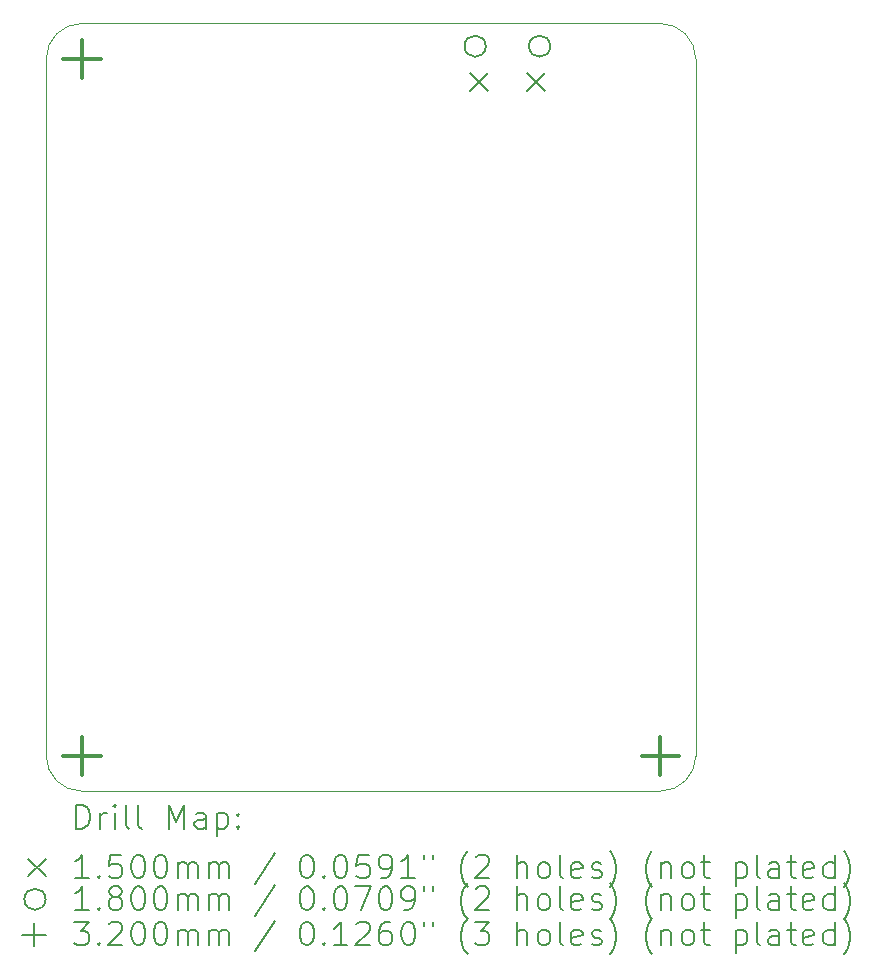
<source format=gbr>
%TF.GenerationSoftware,KiCad,Pcbnew,8.0.8-8.0.8-0~ubuntu24.04.1*%
%TF.CreationDate,2025-04-25T21:20:39+02:00*%
%TF.ProjectId,LogicAnalyzer,4c6f6769-6341-46e6-916c-797a65722e6b,rev?*%
%TF.SameCoordinates,Original*%
%TF.FileFunction,Drillmap*%
%TF.FilePolarity,Positive*%
%FSLAX45Y45*%
G04 Gerber Fmt 4.5, Leading zero omitted, Abs format (unit mm)*
G04 Created by KiCad (PCBNEW 8.0.8-8.0.8-0~ubuntu24.04.1) date 2025-04-25 21:20:39*
%MOMM*%
%LPD*%
G01*
G04 APERTURE LIST*
%ADD10C,0.100000*%
%ADD11C,0.200000*%
%ADD12C,0.150000*%
%ADD13C,0.180000*%
%ADD14C,0.320000*%
G04 APERTURE END LIST*
D10*
X20650000Y-6450000D02*
G75*
G02*
X20950000Y-6750000I0J-300000D01*
G01*
X15450000Y-6750000D02*
X15450000Y-12650000D01*
X20950000Y-12650000D02*
G75*
G02*
X20650000Y-12950000I-300000J0D01*
G01*
X15450000Y-6750000D02*
G75*
G02*
X15750000Y-6450000I300000J0D01*
G01*
X20950000Y-12650000D02*
X20950000Y-6750000D01*
X20650000Y-6450000D02*
X15750000Y-6450000D01*
X15750000Y-12950000D02*
X20650000Y-12950000D01*
X15750000Y-12950000D02*
G75*
G02*
X15450000Y-12650000I0J300000D01*
G01*
D11*
D12*
X19037300Y-6870400D02*
X19187300Y-7020400D01*
X19187300Y-6870400D02*
X19037300Y-7020400D01*
X19522300Y-6870400D02*
X19672300Y-7020400D01*
X19672300Y-6870400D02*
X19522300Y-7020400D01*
D13*
X19172300Y-6642400D02*
G75*
G02*
X18992300Y-6642400I-90000J0D01*
G01*
X18992300Y-6642400D02*
G75*
G02*
X19172300Y-6642400I90000J0D01*
G01*
X19717300Y-6642400D02*
G75*
G02*
X19537300Y-6642400I-90000J0D01*
G01*
X19537300Y-6642400D02*
G75*
G02*
X19717300Y-6642400I90000J0D01*
G01*
D14*
X15750196Y-12489303D02*
X15750196Y-12809303D01*
X15590196Y-12649303D02*
X15910196Y-12649303D01*
X15750719Y-6588432D02*
X15750719Y-6908432D01*
X15590719Y-6748432D02*
X15910719Y-6748432D01*
X20650570Y-12489432D02*
X20650570Y-12809432D01*
X20490570Y-12649432D02*
X20810570Y-12649432D01*
D11*
X15705777Y-13266484D02*
X15705777Y-13066484D01*
X15705777Y-13066484D02*
X15753396Y-13066484D01*
X15753396Y-13066484D02*
X15781967Y-13076008D01*
X15781967Y-13076008D02*
X15801015Y-13095055D01*
X15801015Y-13095055D02*
X15810539Y-13114103D01*
X15810539Y-13114103D02*
X15820062Y-13152198D01*
X15820062Y-13152198D02*
X15820062Y-13180769D01*
X15820062Y-13180769D02*
X15810539Y-13218865D01*
X15810539Y-13218865D02*
X15801015Y-13237912D01*
X15801015Y-13237912D02*
X15781967Y-13256960D01*
X15781967Y-13256960D02*
X15753396Y-13266484D01*
X15753396Y-13266484D02*
X15705777Y-13266484D01*
X15905777Y-13266484D02*
X15905777Y-13133150D01*
X15905777Y-13171246D02*
X15915301Y-13152198D01*
X15915301Y-13152198D02*
X15924824Y-13142674D01*
X15924824Y-13142674D02*
X15943872Y-13133150D01*
X15943872Y-13133150D02*
X15962920Y-13133150D01*
X16029586Y-13266484D02*
X16029586Y-13133150D01*
X16029586Y-13066484D02*
X16020062Y-13076008D01*
X16020062Y-13076008D02*
X16029586Y-13085531D01*
X16029586Y-13085531D02*
X16039110Y-13076008D01*
X16039110Y-13076008D02*
X16029586Y-13066484D01*
X16029586Y-13066484D02*
X16029586Y-13085531D01*
X16153396Y-13266484D02*
X16134348Y-13256960D01*
X16134348Y-13256960D02*
X16124824Y-13237912D01*
X16124824Y-13237912D02*
X16124824Y-13066484D01*
X16258158Y-13266484D02*
X16239110Y-13256960D01*
X16239110Y-13256960D02*
X16229586Y-13237912D01*
X16229586Y-13237912D02*
X16229586Y-13066484D01*
X16486729Y-13266484D02*
X16486729Y-13066484D01*
X16486729Y-13066484D02*
X16553396Y-13209341D01*
X16553396Y-13209341D02*
X16620062Y-13066484D01*
X16620062Y-13066484D02*
X16620062Y-13266484D01*
X16801015Y-13266484D02*
X16801015Y-13161722D01*
X16801015Y-13161722D02*
X16791491Y-13142674D01*
X16791491Y-13142674D02*
X16772443Y-13133150D01*
X16772443Y-13133150D02*
X16734348Y-13133150D01*
X16734348Y-13133150D02*
X16715301Y-13142674D01*
X16801015Y-13256960D02*
X16781967Y-13266484D01*
X16781967Y-13266484D02*
X16734348Y-13266484D01*
X16734348Y-13266484D02*
X16715301Y-13256960D01*
X16715301Y-13256960D02*
X16705777Y-13237912D01*
X16705777Y-13237912D02*
X16705777Y-13218865D01*
X16705777Y-13218865D02*
X16715301Y-13199817D01*
X16715301Y-13199817D02*
X16734348Y-13190293D01*
X16734348Y-13190293D02*
X16781967Y-13190293D01*
X16781967Y-13190293D02*
X16801015Y-13180769D01*
X16896253Y-13133150D02*
X16896253Y-13333150D01*
X16896253Y-13142674D02*
X16915301Y-13133150D01*
X16915301Y-13133150D02*
X16953396Y-13133150D01*
X16953396Y-13133150D02*
X16972444Y-13142674D01*
X16972444Y-13142674D02*
X16981967Y-13152198D01*
X16981967Y-13152198D02*
X16991491Y-13171246D01*
X16991491Y-13171246D02*
X16991491Y-13228388D01*
X16991491Y-13228388D02*
X16981967Y-13247436D01*
X16981967Y-13247436D02*
X16972444Y-13256960D01*
X16972444Y-13256960D02*
X16953396Y-13266484D01*
X16953396Y-13266484D02*
X16915301Y-13266484D01*
X16915301Y-13266484D02*
X16896253Y-13256960D01*
X17077205Y-13247436D02*
X17086729Y-13256960D01*
X17086729Y-13256960D02*
X17077205Y-13266484D01*
X17077205Y-13266484D02*
X17067682Y-13256960D01*
X17067682Y-13256960D02*
X17077205Y-13247436D01*
X17077205Y-13247436D02*
X17077205Y-13266484D01*
X17077205Y-13142674D02*
X17086729Y-13152198D01*
X17086729Y-13152198D02*
X17077205Y-13161722D01*
X17077205Y-13161722D02*
X17067682Y-13152198D01*
X17067682Y-13152198D02*
X17077205Y-13142674D01*
X17077205Y-13142674D02*
X17077205Y-13161722D01*
D12*
X15295000Y-13520000D02*
X15445000Y-13670000D01*
X15445000Y-13520000D02*
X15295000Y-13670000D01*
D11*
X15810539Y-13686484D02*
X15696253Y-13686484D01*
X15753396Y-13686484D02*
X15753396Y-13486484D01*
X15753396Y-13486484D02*
X15734348Y-13515055D01*
X15734348Y-13515055D02*
X15715301Y-13534103D01*
X15715301Y-13534103D02*
X15696253Y-13543627D01*
X15896253Y-13667436D02*
X15905777Y-13676960D01*
X15905777Y-13676960D02*
X15896253Y-13686484D01*
X15896253Y-13686484D02*
X15886729Y-13676960D01*
X15886729Y-13676960D02*
X15896253Y-13667436D01*
X15896253Y-13667436D02*
X15896253Y-13686484D01*
X16086729Y-13486484D02*
X15991491Y-13486484D01*
X15991491Y-13486484D02*
X15981967Y-13581722D01*
X15981967Y-13581722D02*
X15991491Y-13572198D01*
X15991491Y-13572198D02*
X16010539Y-13562674D01*
X16010539Y-13562674D02*
X16058158Y-13562674D01*
X16058158Y-13562674D02*
X16077205Y-13572198D01*
X16077205Y-13572198D02*
X16086729Y-13581722D01*
X16086729Y-13581722D02*
X16096253Y-13600769D01*
X16096253Y-13600769D02*
X16096253Y-13648388D01*
X16096253Y-13648388D02*
X16086729Y-13667436D01*
X16086729Y-13667436D02*
X16077205Y-13676960D01*
X16077205Y-13676960D02*
X16058158Y-13686484D01*
X16058158Y-13686484D02*
X16010539Y-13686484D01*
X16010539Y-13686484D02*
X15991491Y-13676960D01*
X15991491Y-13676960D02*
X15981967Y-13667436D01*
X16220062Y-13486484D02*
X16239110Y-13486484D01*
X16239110Y-13486484D02*
X16258158Y-13496008D01*
X16258158Y-13496008D02*
X16267682Y-13505531D01*
X16267682Y-13505531D02*
X16277205Y-13524579D01*
X16277205Y-13524579D02*
X16286729Y-13562674D01*
X16286729Y-13562674D02*
X16286729Y-13610293D01*
X16286729Y-13610293D02*
X16277205Y-13648388D01*
X16277205Y-13648388D02*
X16267682Y-13667436D01*
X16267682Y-13667436D02*
X16258158Y-13676960D01*
X16258158Y-13676960D02*
X16239110Y-13686484D01*
X16239110Y-13686484D02*
X16220062Y-13686484D01*
X16220062Y-13686484D02*
X16201015Y-13676960D01*
X16201015Y-13676960D02*
X16191491Y-13667436D01*
X16191491Y-13667436D02*
X16181967Y-13648388D01*
X16181967Y-13648388D02*
X16172443Y-13610293D01*
X16172443Y-13610293D02*
X16172443Y-13562674D01*
X16172443Y-13562674D02*
X16181967Y-13524579D01*
X16181967Y-13524579D02*
X16191491Y-13505531D01*
X16191491Y-13505531D02*
X16201015Y-13496008D01*
X16201015Y-13496008D02*
X16220062Y-13486484D01*
X16410539Y-13486484D02*
X16429586Y-13486484D01*
X16429586Y-13486484D02*
X16448634Y-13496008D01*
X16448634Y-13496008D02*
X16458158Y-13505531D01*
X16458158Y-13505531D02*
X16467682Y-13524579D01*
X16467682Y-13524579D02*
X16477205Y-13562674D01*
X16477205Y-13562674D02*
X16477205Y-13610293D01*
X16477205Y-13610293D02*
X16467682Y-13648388D01*
X16467682Y-13648388D02*
X16458158Y-13667436D01*
X16458158Y-13667436D02*
X16448634Y-13676960D01*
X16448634Y-13676960D02*
X16429586Y-13686484D01*
X16429586Y-13686484D02*
X16410539Y-13686484D01*
X16410539Y-13686484D02*
X16391491Y-13676960D01*
X16391491Y-13676960D02*
X16381967Y-13667436D01*
X16381967Y-13667436D02*
X16372443Y-13648388D01*
X16372443Y-13648388D02*
X16362920Y-13610293D01*
X16362920Y-13610293D02*
X16362920Y-13562674D01*
X16362920Y-13562674D02*
X16372443Y-13524579D01*
X16372443Y-13524579D02*
X16381967Y-13505531D01*
X16381967Y-13505531D02*
X16391491Y-13496008D01*
X16391491Y-13496008D02*
X16410539Y-13486484D01*
X16562920Y-13686484D02*
X16562920Y-13553150D01*
X16562920Y-13572198D02*
X16572443Y-13562674D01*
X16572443Y-13562674D02*
X16591491Y-13553150D01*
X16591491Y-13553150D02*
X16620063Y-13553150D01*
X16620063Y-13553150D02*
X16639110Y-13562674D01*
X16639110Y-13562674D02*
X16648634Y-13581722D01*
X16648634Y-13581722D02*
X16648634Y-13686484D01*
X16648634Y-13581722D02*
X16658158Y-13562674D01*
X16658158Y-13562674D02*
X16677205Y-13553150D01*
X16677205Y-13553150D02*
X16705777Y-13553150D01*
X16705777Y-13553150D02*
X16724824Y-13562674D01*
X16724824Y-13562674D02*
X16734348Y-13581722D01*
X16734348Y-13581722D02*
X16734348Y-13686484D01*
X16829586Y-13686484D02*
X16829586Y-13553150D01*
X16829586Y-13572198D02*
X16839110Y-13562674D01*
X16839110Y-13562674D02*
X16858158Y-13553150D01*
X16858158Y-13553150D02*
X16886729Y-13553150D01*
X16886729Y-13553150D02*
X16905777Y-13562674D01*
X16905777Y-13562674D02*
X16915301Y-13581722D01*
X16915301Y-13581722D02*
X16915301Y-13686484D01*
X16915301Y-13581722D02*
X16924825Y-13562674D01*
X16924825Y-13562674D02*
X16943872Y-13553150D01*
X16943872Y-13553150D02*
X16972444Y-13553150D01*
X16972444Y-13553150D02*
X16991491Y-13562674D01*
X16991491Y-13562674D02*
X17001015Y-13581722D01*
X17001015Y-13581722D02*
X17001015Y-13686484D01*
X17391491Y-13476960D02*
X17220063Y-13734103D01*
X17648634Y-13486484D02*
X17667682Y-13486484D01*
X17667682Y-13486484D02*
X17686729Y-13496008D01*
X17686729Y-13496008D02*
X17696253Y-13505531D01*
X17696253Y-13505531D02*
X17705777Y-13524579D01*
X17705777Y-13524579D02*
X17715301Y-13562674D01*
X17715301Y-13562674D02*
X17715301Y-13610293D01*
X17715301Y-13610293D02*
X17705777Y-13648388D01*
X17705777Y-13648388D02*
X17696253Y-13667436D01*
X17696253Y-13667436D02*
X17686729Y-13676960D01*
X17686729Y-13676960D02*
X17667682Y-13686484D01*
X17667682Y-13686484D02*
X17648634Y-13686484D01*
X17648634Y-13686484D02*
X17629587Y-13676960D01*
X17629587Y-13676960D02*
X17620063Y-13667436D01*
X17620063Y-13667436D02*
X17610539Y-13648388D01*
X17610539Y-13648388D02*
X17601015Y-13610293D01*
X17601015Y-13610293D02*
X17601015Y-13562674D01*
X17601015Y-13562674D02*
X17610539Y-13524579D01*
X17610539Y-13524579D02*
X17620063Y-13505531D01*
X17620063Y-13505531D02*
X17629587Y-13496008D01*
X17629587Y-13496008D02*
X17648634Y-13486484D01*
X17801015Y-13667436D02*
X17810539Y-13676960D01*
X17810539Y-13676960D02*
X17801015Y-13686484D01*
X17801015Y-13686484D02*
X17791491Y-13676960D01*
X17791491Y-13676960D02*
X17801015Y-13667436D01*
X17801015Y-13667436D02*
X17801015Y-13686484D01*
X17934348Y-13486484D02*
X17953396Y-13486484D01*
X17953396Y-13486484D02*
X17972444Y-13496008D01*
X17972444Y-13496008D02*
X17981968Y-13505531D01*
X17981968Y-13505531D02*
X17991491Y-13524579D01*
X17991491Y-13524579D02*
X18001015Y-13562674D01*
X18001015Y-13562674D02*
X18001015Y-13610293D01*
X18001015Y-13610293D02*
X17991491Y-13648388D01*
X17991491Y-13648388D02*
X17981968Y-13667436D01*
X17981968Y-13667436D02*
X17972444Y-13676960D01*
X17972444Y-13676960D02*
X17953396Y-13686484D01*
X17953396Y-13686484D02*
X17934348Y-13686484D01*
X17934348Y-13686484D02*
X17915301Y-13676960D01*
X17915301Y-13676960D02*
X17905777Y-13667436D01*
X17905777Y-13667436D02*
X17896253Y-13648388D01*
X17896253Y-13648388D02*
X17886729Y-13610293D01*
X17886729Y-13610293D02*
X17886729Y-13562674D01*
X17886729Y-13562674D02*
X17896253Y-13524579D01*
X17896253Y-13524579D02*
X17905777Y-13505531D01*
X17905777Y-13505531D02*
X17915301Y-13496008D01*
X17915301Y-13496008D02*
X17934348Y-13486484D01*
X18181968Y-13486484D02*
X18086729Y-13486484D01*
X18086729Y-13486484D02*
X18077206Y-13581722D01*
X18077206Y-13581722D02*
X18086729Y-13572198D01*
X18086729Y-13572198D02*
X18105777Y-13562674D01*
X18105777Y-13562674D02*
X18153396Y-13562674D01*
X18153396Y-13562674D02*
X18172444Y-13572198D01*
X18172444Y-13572198D02*
X18181968Y-13581722D01*
X18181968Y-13581722D02*
X18191491Y-13600769D01*
X18191491Y-13600769D02*
X18191491Y-13648388D01*
X18191491Y-13648388D02*
X18181968Y-13667436D01*
X18181968Y-13667436D02*
X18172444Y-13676960D01*
X18172444Y-13676960D02*
X18153396Y-13686484D01*
X18153396Y-13686484D02*
X18105777Y-13686484D01*
X18105777Y-13686484D02*
X18086729Y-13676960D01*
X18086729Y-13676960D02*
X18077206Y-13667436D01*
X18286729Y-13686484D02*
X18324825Y-13686484D01*
X18324825Y-13686484D02*
X18343872Y-13676960D01*
X18343872Y-13676960D02*
X18353396Y-13667436D01*
X18353396Y-13667436D02*
X18372444Y-13638865D01*
X18372444Y-13638865D02*
X18381968Y-13600769D01*
X18381968Y-13600769D02*
X18381968Y-13524579D01*
X18381968Y-13524579D02*
X18372444Y-13505531D01*
X18372444Y-13505531D02*
X18362920Y-13496008D01*
X18362920Y-13496008D02*
X18343872Y-13486484D01*
X18343872Y-13486484D02*
X18305777Y-13486484D01*
X18305777Y-13486484D02*
X18286729Y-13496008D01*
X18286729Y-13496008D02*
X18277206Y-13505531D01*
X18277206Y-13505531D02*
X18267682Y-13524579D01*
X18267682Y-13524579D02*
X18267682Y-13572198D01*
X18267682Y-13572198D02*
X18277206Y-13591246D01*
X18277206Y-13591246D02*
X18286729Y-13600769D01*
X18286729Y-13600769D02*
X18305777Y-13610293D01*
X18305777Y-13610293D02*
X18343872Y-13610293D01*
X18343872Y-13610293D02*
X18362920Y-13600769D01*
X18362920Y-13600769D02*
X18372444Y-13591246D01*
X18372444Y-13591246D02*
X18381968Y-13572198D01*
X18572444Y-13686484D02*
X18458158Y-13686484D01*
X18515301Y-13686484D02*
X18515301Y-13486484D01*
X18515301Y-13486484D02*
X18496253Y-13515055D01*
X18496253Y-13515055D02*
X18477206Y-13534103D01*
X18477206Y-13534103D02*
X18458158Y-13543627D01*
X18648634Y-13486484D02*
X18648634Y-13524579D01*
X18724825Y-13486484D02*
X18724825Y-13524579D01*
X19020063Y-13762674D02*
X19010539Y-13753150D01*
X19010539Y-13753150D02*
X18991491Y-13724579D01*
X18991491Y-13724579D02*
X18981968Y-13705531D01*
X18981968Y-13705531D02*
X18972444Y-13676960D01*
X18972444Y-13676960D02*
X18962920Y-13629341D01*
X18962920Y-13629341D02*
X18962920Y-13591246D01*
X18962920Y-13591246D02*
X18972444Y-13543627D01*
X18972444Y-13543627D02*
X18981968Y-13515055D01*
X18981968Y-13515055D02*
X18991491Y-13496008D01*
X18991491Y-13496008D02*
X19010539Y-13467436D01*
X19010539Y-13467436D02*
X19020063Y-13457912D01*
X19086730Y-13505531D02*
X19096253Y-13496008D01*
X19096253Y-13496008D02*
X19115301Y-13486484D01*
X19115301Y-13486484D02*
X19162920Y-13486484D01*
X19162920Y-13486484D02*
X19181968Y-13496008D01*
X19181968Y-13496008D02*
X19191491Y-13505531D01*
X19191491Y-13505531D02*
X19201015Y-13524579D01*
X19201015Y-13524579D02*
X19201015Y-13543627D01*
X19201015Y-13543627D02*
X19191491Y-13572198D01*
X19191491Y-13572198D02*
X19077206Y-13686484D01*
X19077206Y-13686484D02*
X19201015Y-13686484D01*
X19439111Y-13686484D02*
X19439111Y-13486484D01*
X19524825Y-13686484D02*
X19524825Y-13581722D01*
X19524825Y-13581722D02*
X19515301Y-13562674D01*
X19515301Y-13562674D02*
X19496253Y-13553150D01*
X19496253Y-13553150D02*
X19467682Y-13553150D01*
X19467682Y-13553150D02*
X19448634Y-13562674D01*
X19448634Y-13562674D02*
X19439111Y-13572198D01*
X19648634Y-13686484D02*
X19629587Y-13676960D01*
X19629587Y-13676960D02*
X19620063Y-13667436D01*
X19620063Y-13667436D02*
X19610539Y-13648388D01*
X19610539Y-13648388D02*
X19610539Y-13591246D01*
X19610539Y-13591246D02*
X19620063Y-13572198D01*
X19620063Y-13572198D02*
X19629587Y-13562674D01*
X19629587Y-13562674D02*
X19648634Y-13553150D01*
X19648634Y-13553150D02*
X19677206Y-13553150D01*
X19677206Y-13553150D02*
X19696253Y-13562674D01*
X19696253Y-13562674D02*
X19705777Y-13572198D01*
X19705777Y-13572198D02*
X19715301Y-13591246D01*
X19715301Y-13591246D02*
X19715301Y-13648388D01*
X19715301Y-13648388D02*
X19705777Y-13667436D01*
X19705777Y-13667436D02*
X19696253Y-13676960D01*
X19696253Y-13676960D02*
X19677206Y-13686484D01*
X19677206Y-13686484D02*
X19648634Y-13686484D01*
X19829587Y-13686484D02*
X19810539Y-13676960D01*
X19810539Y-13676960D02*
X19801015Y-13657912D01*
X19801015Y-13657912D02*
X19801015Y-13486484D01*
X19981968Y-13676960D02*
X19962920Y-13686484D01*
X19962920Y-13686484D02*
X19924825Y-13686484D01*
X19924825Y-13686484D02*
X19905777Y-13676960D01*
X19905777Y-13676960D02*
X19896253Y-13657912D01*
X19896253Y-13657912D02*
X19896253Y-13581722D01*
X19896253Y-13581722D02*
X19905777Y-13562674D01*
X19905777Y-13562674D02*
X19924825Y-13553150D01*
X19924825Y-13553150D02*
X19962920Y-13553150D01*
X19962920Y-13553150D02*
X19981968Y-13562674D01*
X19981968Y-13562674D02*
X19991492Y-13581722D01*
X19991492Y-13581722D02*
X19991492Y-13600769D01*
X19991492Y-13600769D02*
X19896253Y-13619817D01*
X20067682Y-13676960D02*
X20086730Y-13686484D01*
X20086730Y-13686484D02*
X20124825Y-13686484D01*
X20124825Y-13686484D02*
X20143873Y-13676960D01*
X20143873Y-13676960D02*
X20153396Y-13657912D01*
X20153396Y-13657912D02*
X20153396Y-13648388D01*
X20153396Y-13648388D02*
X20143873Y-13629341D01*
X20143873Y-13629341D02*
X20124825Y-13619817D01*
X20124825Y-13619817D02*
X20096253Y-13619817D01*
X20096253Y-13619817D02*
X20077206Y-13610293D01*
X20077206Y-13610293D02*
X20067682Y-13591246D01*
X20067682Y-13591246D02*
X20067682Y-13581722D01*
X20067682Y-13581722D02*
X20077206Y-13562674D01*
X20077206Y-13562674D02*
X20096253Y-13553150D01*
X20096253Y-13553150D02*
X20124825Y-13553150D01*
X20124825Y-13553150D02*
X20143873Y-13562674D01*
X20220063Y-13762674D02*
X20229587Y-13753150D01*
X20229587Y-13753150D02*
X20248634Y-13724579D01*
X20248634Y-13724579D02*
X20258158Y-13705531D01*
X20258158Y-13705531D02*
X20267682Y-13676960D01*
X20267682Y-13676960D02*
X20277206Y-13629341D01*
X20277206Y-13629341D02*
X20277206Y-13591246D01*
X20277206Y-13591246D02*
X20267682Y-13543627D01*
X20267682Y-13543627D02*
X20258158Y-13515055D01*
X20258158Y-13515055D02*
X20248634Y-13496008D01*
X20248634Y-13496008D02*
X20229587Y-13467436D01*
X20229587Y-13467436D02*
X20220063Y-13457912D01*
X20581968Y-13762674D02*
X20572444Y-13753150D01*
X20572444Y-13753150D02*
X20553396Y-13724579D01*
X20553396Y-13724579D02*
X20543873Y-13705531D01*
X20543873Y-13705531D02*
X20534349Y-13676960D01*
X20534349Y-13676960D02*
X20524825Y-13629341D01*
X20524825Y-13629341D02*
X20524825Y-13591246D01*
X20524825Y-13591246D02*
X20534349Y-13543627D01*
X20534349Y-13543627D02*
X20543873Y-13515055D01*
X20543873Y-13515055D02*
X20553396Y-13496008D01*
X20553396Y-13496008D02*
X20572444Y-13467436D01*
X20572444Y-13467436D02*
X20581968Y-13457912D01*
X20658158Y-13553150D02*
X20658158Y-13686484D01*
X20658158Y-13572198D02*
X20667682Y-13562674D01*
X20667682Y-13562674D02*
X20686730Y-13553150D01*
X20686730Y-13553150D02*
X20715301Y-13553150D01*
X20715301Y-13553150D02*
X20734349Y-13562674D01*
X20734349Y-13562674D02*
X20743873Y-13581722D01*
X20743873Y-13581722D02*
X20743873Y-13686484D01*
X20867682Y-13686484D02*
X20848634Y-13676960D01*
X20848634Y-13676960D02*
X20839111Y-13667436D01*
X20839111Y-13667436D02*
X20829587Y-13648388D01*
X20829587Y-13648388D02*
X20829587Y-13591246D01*
X20829587Y-13591246D02*
X20839111Y-13572198D01*
X20839111Y-13572198D02*
X20848634Y-13562674D01*
X20848634Y-13562674D02*
X20867682Y-13553150D01*
X20867682Y-13553150D02*
X20896254Y-13553150D01*
X20896254Y-13553150D02*
X20915301Y-13562674D01*
X20915301Y-13562674D02*
X20924825Y-13572198D01*
X20924825Y-13572198D02*
X20934349Y-13591246D01*
X20934349Y-13591246D02*
X20934349Y-13648388D01*
X20934349Y-13648388D02*
X20924825Y-13667436D01*
X20924825Y-13667436D02*
X20915301Y-13676960D01*
X20915301Y-13676960D02*
X20896254Y-13686484D01*
X20896254Y-13686484D02*
X20867682Y-13686484D01*
X20991492Y-13553150D02*
X21067682Y-13553150D01*
X21020063Y-13486484D02*
X21020063Y-13657912D01*
X21020063Y-13657912D02*
X21029587Y-13676960D01*
X21029587Y-13676960D02*
X21048634Y-13686484D01*
X21048634Y-13686484D02*
X21067682Y-13686484D01*
X21286730Y-13553150D02*
X21286730Y-13753150D01*
X21286730Y-13562674D02*
X21305777Y-13553150D01*
X21305777Y-13553150D02*
X21343873Y-13553150D01*
X21343873Y-13553150D02*
X21362920Y-13562674D01*
X21362920Y-13562674D02*
X21372444Y-13572198D01*
X21372444Y-13572198D02*
X21381968Y-13591246D01*
X21381968Y-13591246D02*
X21381968Y-13648388D01*
X21381968Y-13648388D02*
X21372444Y-13667436D01*
X21372444Y-13667436D02*
X21362920Y-13676960D01*
X21362920Y-13676960D02*
X21343873Y-13686484D01*
X21343873Y-13686484D02*
X21305777Y-13686484D01*
X21305777Y-13686484D02*
X21286730Y-13676960D01*
X21496254Y-13686484D02*
X21477206Y-13676960D01*
X21477206Y-13676960D02*
X21467682Y-13657912D01*
X21467682Y-13657912D02*
X21467682Y-13486484D01*
X21658158Y-13686484D02*
X21658158Y-13581722D01*
X21658158Y-13581722D02*
X21648635Y-13562674D01*
X21648635Y-13562674D02*
X21629587Y-13553150D01*
X21629587Y-13553150D02*
X21591492Y-13553150D01*
X21591492Y-13553150D02*
X21572444Y-13562674D01*
X21658158Y-13676960D02*
X21639111Y-13686484D01*
X21639111Y-13686484D02*
X21591492Y-13686484D01*
X21591492Y-13686484D02*
X21572444Y-13676960D01*
X21572444Y-13676960D02*
X21562920Y-13657912D01*
X21562920Y-13657912D02*
X21562920Y-13638865D01*
X21562920Y-13638865D02*
X21572444Y-13619817D01*
X21572444Y-13619817D02*
X21591492Y-13610293D01*
X21591492Y-13610293D02*
X21639111Y-13610293D01*
X21639111Y-13610293D02*
X21658158Y-13600769D01*
X21724825Y-13553150D02*
X21801015Y-13553150D01*
X21753396Y-13486484D02*
X21753396Y-13657912D01*
X21753396Y-13657912D02*
X21762920Y-13676960D01*
X21762920Y-13676960D02*
X21781968Y-13686484D01*
X21781968Y-13686484D02*
X21801015Y-13686484D01*
X21943873Y-13676960D02*
X21924825Y-13686484D01*
X21924825Y-13686484D02*
X21886730Y-13686484D01*
X21886730Y-13686484D02*
X21867682Y-13676960D01*
X21867682Y-13676960D02*
X21858158Y-13657912D01*
X21858158Y-13657912D02*
X21858158Y-13581722D01*
X21858158Y-13581722D02*
X21867682Y-13562674D01*
X21867682Y-13562674D02*
X21886730Y-13553150D01*
X21886730Y-13553150D02*
X21924825Y-13553150D01*
X21924825Y-13553150D02*
X21943873Y-13562674D01*
X21943873Y-13562674D02*
X21953396Y-13581722D01*
X21953396Y-13581722D02*
X21953396Y-13600769D01*
X21953396Y-13600769D02*
X21858158Y-13619817D01*
X22124825Y-13686484D02*
X22124825Y-13486484D01*
X22124825Y-13676960D02*
X22105777Y-13686484D01*
X22105777Y-13686484D02*
X22067682Y-13686484D01*
X22067682Y-13686484D02*
X22048635Y-13676960D01*
X22048635Y-13676960D02*
X22039111Y-13667436D01*
X22039111Y-13667436D02*
X22029587Y-13648388D01*
X22029587Y-13648388D02*
X22029587Y-13591246D01*
X22029587Y-13591246D02*
X22039111Y-13572198D01*
X22039111Y-13572198D02*
X22048635Y-13562674D01*
X22048635Y-13562674D02*
X22067682Y-13553150D01*
X22067682Y-13553150D02*
X22105777Y-13553150D01*
X22105777Y-13553150D02*
X22124825Y-13562674D01*
X22201016Y-13762674D02*
X22210539Y-13753150D01*
X22210539Y-13753150D02*
X22229587Y-13724579D01*
X22229587Y-13724579D02*
X22239111Y-13705531D01*
X22239111Y-13705531D02*
X22248635Y-13676960D01*
X22248635Y-13676960D02*
X22258158Y-13629341D01*
X22258158Y-13629341D02*
X22258158Y-13591246D01*
X22258158Y-13591246D02*
X22248635Y-13543627D01*
X22248635Y-13543627D02*
X22239111Y-13515055D01*
X22239111Y-13515055D02*
X22229587Y-13496008D01*
X22229587Y-13496008D02*
X22210539Y-13467436D01*
X22210539Y-13467436D02*
X22201016Y-13457912D01*
D13*
X15445000Y-13865000D02*
G75*
G02*
X15265000Y-13865000I-90000J0D01*
G01*
X15265000Y-13865000D02*
G75*
G02*
X15445000Y-13865000I90000J0D01*
G01*
D11*
X15810539Y-13956484D02*
X15696253Y-13956484D01*
X15753396Y-13956484D02*
X15753396Y-13756484D01*
X15753396Y-13756484D02*
X15734348Y-13785055D01*
X15734348Y-13785055D02*
X15715301Y-13804103D01*
X15715301Y-13804103D02*
X15696253Y-13813627D01*
X15896253Y-13937436D02*
X15905777Y-13946960D01*
X15905777Y-13946960D02*
X15896253Y-13956484D01*
X15896253Y-13956484D02*
X15886729Y-13946960D01*
X15886729Y-13946960D02*
X15896253Y-13937436D01*
X15896253Y-13937436D02*
X15896253Y-13956484D01*
X16020062Y-13842198D02*
X16001015Y-13832674D01*
X16001015Y-13832674D02*
X15991491Y-13823150D01*
X15991491Y-13823150D02*
X15981967Y-13804103D01*
X15981967Y-13804103D02*
X15981967Y-13794579D01*
X15981967Y-13794579D02*
X15991491Y-13775531D01*
X15991491Y-13775531D02*
X16001015Y-13766008D01*
X16001015Y-13766008D02*
X16020062Y-13756484D01*
X16020062Y-13756484D02*
X16058158Y-13756484D01*
X16058158Y-13756484D02*
X16077205Y-13766008D01*
X16077205Y-13766008D02*
X16086729Y-13775531D01*
X16086729Y-13775531D02*
X16096253Y-13794579D01*
X16096253Y-13794579D02*
X16096253Y-13804103D01*
X16096253Y-13804103D02*
X16086729Y-13823150D01*
X16086729Y-13823150D02*
X16077205Y-13832674D01*
X16077205Y-13832674D02*
X16058158Y-13842198D01*
X16058158Y-13842198D02*
X16020062Y-13842198D01*
X16020062Y-13842198D02*
X16001015Y-13851722D01*
X16001015Y-13851722D02*
X15991491Y-13861246D01*
X15991491Y-13861246D02*
X15981967Y-13880293D01*
X15981967Y-13880293D02*
X15981967Y-13918388D01*
X15981967Y-13918388D02*
X15991491Y-13937436D01*
X15991491Y-13937436D02*
X16001015Y-13946960D01*
X16001015Y-13946960D02*
X16020062Y-13956484D01*
X16020062Y-13956484D02*
X16058158Y-13956484D01*
X16058158Y-13956484D02*
X16077205Y-13946960D01*
X16077205Y-13946960D02*
X16086729Y-13937436D01*
X16086729Y-13937436D02*
X16096253Y-13918388D01*
X16096253Y-13918388D02*
X16096253Y-13880293D01*
X16096253Y-13880293D02*
X16086729Y-13861246D01*
X16086729Y-13861246D02*
X16077205Y-13851722D01*
X16077205Y-13851722D02*
X16058158Y-13842198D01*
X16220062Y-13756484D02*
X16239110Y-13756484D01*
X16239110Y-13756484D02*
X16258158Y-13766008D01*
X16258158Y-13766008D02*
X16267682Y-13775531D01*
X16267682Y-13775531D02*
X16277205Y-13794579D01*
X16277205Y-13794579D02*
X16286729Y-13832674D01*
X16286729Y-13832674D02*
X16286729Y-13880293D01*
X16286729Y-13880293D02*
X16277205Y-13918388D01*
X16277205Y-13918388D02*
X16267682Y-13937436D01*
X16267682Y-13937436D02*
X16258158Y-13946960D01*
X16258158Y-13946960D02*
X16239110Y-13956484D01*
X16239110Y-13956484D02*
X16220062Y-13956484D01*
X16220062Y-13956484D02*
X16201015Y-13946960D01*
X16201015Y-13946960D02*
X16191491Y-13937436D01*
X16191491Y-13937436D02*
X16181967Y-13918388D01*
X16181967Y-13918388D02*
X16172443Y-13880293D01*
X16172443Y-13880293D02*
X16172443Y-13832674D01*
X16172443Y-13832674D02*
X16181967Y-13794579D01*
X16181967Y-13794579D02*
X16191491Y-13775531D01*
X16191491Y-13775531D02*
X16201015Y-13766008D01*
X16201015Y-13766008D02*
X16220062Y-13756484D01*
X16410539Y-13756484D02*
X16429586Y-13756484D01*
X16429586Y-13756484D02*
X16448634Y-13766008D01*
X16448634Y-13766008D02*
X16458158Y-13775531D01*
X16458158Y-13775531D02*
X16467682Y-13794579D01*
X16467682Y-13794579D02*
X16477205Y-13832674D01*
X16477205Y-13832674D02*
X16477205Y-13880293D01*
X16477205Y-13880293D02*
X16467682Y-13918388D01*
X16467682Y-13918388D02*
X16458158Y-13937436D01*
X16458158Y-13937436D02*
X16448634Y-13946960D01*
X16448634Y-13946960D02*
X16429586Y-13956484D01*
X16429586Y-13956484D02*
X16410539Y-13956484D01*
X16410539Y-13956484D02*
X16391491Y-13946960D01*
X16391491Y-13946960D02*
X16381967Y-13937436D01*
X16381967Y-13937436D02*
X16372443Y-13918388D01*
X16372443Y-13918388D02*
X16362920Y-13880293D01*
X16362920Y-13880293D02*
X16362920Y-13832674D01*
X16362920Y-13832674D02*
X16372443Y-13794579D01*
X16372443Y-13794579D02*
X16381967Y-13775531D01*
X16381967Y-13775531D02*
X16391491Y-13766008D01*
X16391491Y-13766008D02*
X16410539Y-13756484D01*
X16562920Y-13956484D02*
X16562920Y-13823150D01*
X16562920Y-13842198D02*
X16572443Y-13832674D01*
X16572443Y-13832674D02*
X16591491Y-13823150D01*
X16591491Y-13823150D02*
X16620063Y-13823150D01*
X16620063Y-13823150D02*
X16639110Y-13832674D01*
X16639110Y-13832674D02*
X16648634Y-13851722D01*
X16648634Y-13851722D02*
X16648634Y-13956484D01*
X16648634Y-13851722D02*
X16658158Y-13832674D01*
X16658158Y-13832674D02*
X16677205Y-13823150D01*
X16677205Y-13823150D02*
X16705777Y-13823150D01*
X16705777Y-13823150D02*
X16724824Y-13832674D01*
X16724824Y-13832674D02*
X16734348Y-13851722D01*
X16734348Y-13851722D02*
X16734348Y-13956484D01*
X16829586Y-13956484D02*
X16829586Y-13823150D01*
X16829586Y-13842198D02*
X16839110Y-13832674D01*
X16839110Y-13832674D02*
X16858158Y-13823150D01*
X16858158Y-13823150D02*
X16886729Y-13823150D01*
X16886729Y-13823150D02*
X16905777Y-13832674D01*
X16905777Y-13832674D02*
X16915301Y-13851722D01*
X16915301Y-13851722D02*
X16915301Y-13956484D01*
X16915301Y-13851722D02*
X16924825Y-13832674D01*
X16924825Y-13832674D02*
X16943872Y-13823150D01*
X16943872Y-13823150D02*
X16972444Y-13823150D01*
X16972444Y-13823150D02*
X16991491Y-13832674D01*
X16991491Y-13832674D02*
X17001015Y-13851722D01*
X17001015Y-13851722D02*
X17001015Y-13956484D01*
X17391491Y-13746960D02*
X17220063Y-14004103D01*
X17648634Y-13756484D02*
X17667682Y-13756484D01*
X17667682Y-13756484D02*
X17686729Y-13766008D01*
X17686729Y-13766008D02*
X17696253Y-13775531D01*
X17696253Y-13775531D02*
X17705777Y-13794579D01*
X17705777Y-13794579D02*
X17715301Y-13832674D01*
X17715301Y-13832674D02*
X17715301Y-13880293D01*
X17715301Y-13880293D02*
X17705777Y-13918388D01*
X17705777Y-13918388D02*
X17696253Y-13937436D01*
X17696253Y-13937436D02*
X17686729Y-13946960D01*
X17686729Y-13946960D02*
X17667682Y-13956484D01*
X17667682Y-13956484D02*
X17648634Y-13956484D01*
X17648634Y-13956484D02*
X17629587Y-13946960D01*
X17629587Y-13946960D02*
X17620063Y-13937436D01*
X17620063Y-13937436D02*
X17610539Y-13918388D01*
X17610539Y-13918388D02*
X17601015Y-13880293D01*
X17601015Y-13880293D02*
X17601015Y-13832674D01*
X17601015Y-13832674D02*
X17610539Y-13794579D01*
X17610539Y-13794579D02*
X17620063Y-13775531D01*
X17620063Y-13775531D02*
X17629587Y-13766008D01*
X17629587Y-13766008D02*
X17648634Y-13756484D01*
X17801015Y-13937436D02*
X17810539Y-13946960D01*
X17810539Y-13946960D02*
X17801015Y-13956484D01*
X17801015Y-13956484D02*
X17791491Y-13946960D01*
X17791491Y-13946960D02*
X17801015Y-13937436D01*
X17801015Y-13937436D02*
X17801015Y-13956484D01*
X17934348Y-13756484D02*
X17953396Y-13756484D01*
X17953396Y-13756484D02*
X17972444Y-13766008D01*
X17972444Y-13766008D02*
X17981968Y-13775531D01*
X17981968Y-13775531D02*
X17991491Y-13794579D01*
X17991491Y-13794579D02*
X18001015Y-13832674D01*
X18001015Y-13832674D02*
X18001015Y-13880293D01*
X18001015Y-13880293D02*
X17991491Y-13918388D01*
X17991491Y-13918388D02*
X17981968Y-13937436D01*
X17981968Y-13937436D02*
X17972444Y-13946960D01*
X17972444Y-13946960D02*
X17953396Y-13956484D01*
X17953396Y-13956484D02*
X17934348Y-13956484D01*
X17934348Y-13956484D02*
X17915301Y-13946960D01*
X17915301Y-13946960D02*
X17905777Y-13937436D01*
X17905777Y-13937436D02*
X17896253Y-13918388D01*
X17896253Y-13918388D02*
X17886729Y-13880293D01*
X17886729Y-13880293D02*
X17886729Y-13832674D01*
X17886729Y-13832674D02*
X17896253Y-13794579D01*
X17896253Y-13794579D02*
X17905777Y-13775531D01*
X17905777Y-13775531D02*
X17915301Y-13766008D01*
X17915301Y-13766008D02*
X17934348Y-13756484D01*
X18067682Y-13756484D02*
X18201015Y-13756484D01*
X18201015Y-13756484D02*
X18115301Y-13956484D01*
X18315301Y-13756484D02*
X18334349Y-13756484D01*
X18334349Y-13756484D02*
X18353396Y-13766008D01*
X18353396Y-13766008D02*
X18362920Y-13775531D01*
X18362920Y-13775531D02*
X18372444Y-13794579D01*
X18372444Y-13794579D02*
X18381968Y-13832674D01*
X18381968Y-13832674D02*
X18381968Y-13880293D01*
X18381968Y-13880293D02*
X18372444Y-13918388D01*
X18372444Y-13918388D02*
X18362920Y-13937436D01*
X18362920Y-13937436D02*
X18353396Y-13946960D01*
X18353396Y-13946960D02*
X18334349Y-13956484D01*
X18334349Y-13956484D02*
X18315301Y-13956484D01*
X18315301Y-13956484D02*
X18296253Y-13946960D01*
X18296253Y-13946960D02*
X18286729Y-13937436D01*
X18286729Y-13937436D02*
X18277206Y-13918388D01*
X18277206Y-13918388D02*
X18267682Y-13880293D01*
X18267682Y-13880293D02*
X18267682Y-13832674D01*
X18267682Y-13832674D02*
X18277206Y-13794579D01*
X18277206Y-13794579D02*
X18286729Y-13775531D01*
X18286729Y-13775531D02*
X18296253Y-13766008D01*
X18296253Y-13766008D02*
X18315301Y-13756484D01*
X18477206Y-13956484D02*
X18515301Y-13956484D01*
X18515301Y-13956484D02*
X18534349Y-13946960D01*
X18534349Y-13946960D02*
X18543872Y-13937436D01*
X18543872Y-13937436D02*
X18562920Y-13908865D01*
X18562920Y-13908865D02*
X18572444Y-13870769D01*
X18572444Y-13870769D02*
X18572444Y-13794579D01*
X18572444Y-13794579D02*
X18562920Y-13775531D01*
X18562920Y-13775531D02*
X18553396Y-13766008D01*
X18553396Y-13766008D02*
X18534349Y-13756484D01*
X18534349Y-13756484D02*
X18496253Y-13756484D01*
X18496253Y-13756484D02*
X18477206Y-13766008D01*
X18477206Y-13766008D02*
X18467682Y-13775531D01*
X18467682Y-13775531D02*
X18458158Y-13794579D01*
X18458158Y-13794579D02*
X18458158Y-13842198D01*
X18458158Y-13842198D02*
X18467682Y-13861246D01*
X18467682Y-13861246D02*
X18477206Y-13870769D01*
X18477206Y-13870769D02*
X18496253Y-13880293D01*
X18496253Y-13880293D02*
X18534349Y-13880293D01*
X18534349Y-13880293D02*
X18553396Y-13870769D01*
X18553396Y-13870769D02*
X18562920Y-13861246D01*
X18562920Y-13861246D02*
X18572444Y-13842198D01*
X18648634Y-13756484D02*
X18648634Y-13794579D01*
X18724825Y-13756484D02*
X18724825Y-13794579D01*
X19020063Y-14032674D02*
X19010539Y-14023150D01*
X19010539Y-14023150D02*
X18991491Y-13994579D01*
X18991491Y-13994579D02*
X18981968Y-13975531D01*
X18981968Y-13975531D02*
X18972444Y-13946960D01*
X18972444Y-13946960D02*
X18962920Y-13899341D01*
X18962920Y-13899341D02*
X18962920Y-13861246D01*
X18962920Y-13861246D02*
X18972444Y-13813627D01*
X18972444Y-13813627D02*
X18981968Y-13785055D01*
X18981968Y-13785055D02*
X18991491Y-13766008D01*
X18991491Y-13766008D02*
X19010539Y-13737436D01*
X19010539Y-13737436D02*
X19020063Y-13727912D01*
X19086730Y-13775531D02*
X19096253Y-13766008D01*
X19096253Y-13766008D02*
X19115301Y-13756484D01*
X19115301Y-13756484D02*
X19162920Y-13756484D01*
X19162920Y-13756484D02*
X19181968Y-13766008D01*
X19181968Y-13766008D02*
X19191491Y-13775531D01*
X19191491Y-13775531D02*
X19201015Y-13794579D01*
X19201015Y-13794579D02*
X19201015Y-13813627D01*
X19201015Y-13813627D02*
X19191491Y-13842198D01*
X19191491Y-13842198D02*
X19077206Y-13956484D01*
X19077206Y-13956484D02*
X19201015Y-13956484D01*
X19439111Y-13956484D02*
X19439111Y-13756484D01*
X19524825Y-13956484D02*
X19524825Y-13851722D01*
X19524825Y-13851722D02*
X19515301Y-13832674D01*
X19515301Y-13832674D02*
X19496253Y-13823150D01*
X19496253Y-13823150D02*
X19467682Y-13823150D01*
X19467682Y-13823150D02*
X19448634Y-13832674D01*
X19448634Y-13832674D02*
X19439111Y-13842198D01*
X19648634Y-13956484D02*
X19629587Y-13946960D01*
X19629587Y-13946960D02*
X19620063Y-13937436D01*
X19620063Y-13937436D02*
X19610539Y-13918388D01*
X19610539Y-13918388D02*
X19610539Y-13861246D01*
X19610539Y-13861246D02*
X19620063Y-13842198D01*
X19620063Y-13842198D02*
X19629587Y-13832674D01*
X19629587Y-13832674D02*
X19648634Y-13823150D01*
X19648634Y-13823150D02*
X19677206Y-13823150D01*
X19677206Y-13823150D02*
X19696253Y-13832674D01*
X19696253Y-13832674D02*
X19705777Y-13842198D01*
X19705777Y-13842198D02*
X19715301Y-13861246D01*
X19715301Y-13861246D02*
X19715301Y-13918388D01*
X19715301Y-13918388D02*
X19705777Y-13937436D01*
X19705777Y-13937436D02*
X19696253Y-13946960D01*
X19696253Y-13946960D02*
X19677206Y-13956484D01*
X19677206Y-13956484D02*
X19648634Y-13956484D01*
X19829587Y-13956484D02*
X19810539Y-13946960D01*
X19810539Y-13946960D02*
X19801015Y-13927912D01*
X19801015Y-13927912D02*
X19801015Y-13756484D01*
X19981968Y-13946960D02*
X19962920Y-13956484D01*
X19962920Y-13956484D02*
X19924825Y-13956484D01*
X19924825Y-13956484D02*
X19905777Y-13946960D01*
X19905777Y-13946960D02*
X19896253Y-13927912D01*
X19896253Y-13927912D02*
X19896253Y-13851722D01*
X19896253Y-13851722D02*
X19905777Y-13832674D01*
X19905777Y-13832674D02*
X19924825Y-13823150D01*
X19924825Y-13823150D02*
X19962920Y-13823150D01*
X19962920Y-13823150D02*
X19981968Y-13832674D01*
X19981968Y-13832674D02*
X19991492Y-13851722D01*
X19991492Y-13851722D02*
X19991492Y-13870769D01*
X19991492Y-13870769D02*
X19896253Y-13889817D01*
X20067682Y-13946960D02*
X20086730Y-13956484D01*
X20086730Y-13956484D02*
X20124825Y-13956484D01*
X20124825Y-13956484D02*
X20143873Y-13946960D01*
X20143873Y-13946960D02*
X20153396Y-13927912D01*
X20153396Y-13927912D02*
X20153396Y-13918388D01*
X20153396Y-13918388D02*
X20143873Y-13899341D01*
X20143873Y-13899341D02*
X20124825Y-13889817D01*
X20124825Y-13889817D02*
X20096253Y-13889817D01*
X20096253Y-13889817D02*
X20077206Y-13880293D01*
X20077206Y-13880293D02*
X20067682Y-13861246D01*
X20067682Y-13861246D02*
X20067682Y-13851722D01*
X20067682Y-13851722D02*
X20077206Y-13832674D01*
X20077206Y-13832674D02*
X20096253Y-13823150D01*
X20096253Y-13823150D02*
X20124825Y-13823150D01*
X20124825Y-13823150D02*
X20143873Y-13832674D01*
X20220063Y-14032674D02*
X20229587Y-14023150D01*
X20229587Y-14023150D02*
X20248634Y-13994579D01*
X20248634Y-13994579D02*
X20258158Y-13975531D01*
X20258158Y-13975531D02*
X20267682Y-13946960D01*
X20267682Y-13946960D02*
X20277206Y-13899341D01*
X20277206Y-13899341D02*
X20277206Y-13861246D01*
X20277206Y-13861246D02*
X20267682Y-13813627D01*
X20267682Y-13813627D02*
X20258158Y-13785055D01*
X20258158Y-13785055D02*
X20248634Y-13766008D01*
X20248634Y-13766008D02*
X20229587Y-13737436D01*
X20229587Y-13737436D02*
X20220063Y-13727912D01*
X20581968Y-14032674D02*
X20572444Y-14023150D01*
X20572444Y-14023150D02*
X20553396Y-13994579D01*
X20553396Y-13994579D02*
X20543873Y-13975531D01*
X20543873Y-13975531D02*
X20534349Y-13946960D01*
X20534349Y-13946960D02*
X20524825Y-13899341D01*
X20524825Y-13899341D02*
X20524825Y-13861246D01*
X20524825Y-13861246D02*
X20534349Y-13813627D01*
X20534349Y-13813627D02*
X20543873Y-13785055D01*
X20543873Y-13785055D02*
X20553396Y-13766008D01*
X20553396Y-13766008D02*
X20572444Y-13737436D01*
X20572444Y-13737436D02*
X20581968Y-13727912D01*
X20658158Y-13823150D02*
X20658158Y-13956484D01*
X20658158Y-13842198D02*
X20667682Y-13832674D01*
X20667682Y-13832674D02*
X20686730Y-13823150D01*
X20686730Y-13823150D02*
X20715301Y-13823150D01*
X20715301Y-13823150D02*
X20734349Y-13832674D01*
X20734349Y-13832674D02*
X20743873Y-13851722D01*
X20743873Y-13851722D02*
X20743873Y-13956484D01*
X20867682Y-13956484D02*
X20848634Y-13946960D01*
X20848634Y-13946960D02*
X20839111Y-13937436D01*
X20839111Y-13937436D02*
X20829587Y-13918388D01*
X20829587Y-13918388D02*
X20829587Y-13861246D01*
X20829587Y-13861246D02*
X20839111Y-13842198D01*
X20839111Y-13842198D02*
X20848634Y-13832674D01*
X20848634Y-13832674D02*
X20867682Y-13823150D01*
X20867682Y-13823150D02*
X20896254Y-13823150D01*
X20896254Y-13823150D02*
X20915301Y-13832674D01*
X20915301Y-13832674D02*
X20924825Y-13842198D01*
X20924825Y-13842198D02*
X20934349Y-13861246D01*
X20934349Y-13861246D02*
X20934349Y-13918388D01*
X20934349Y-13918388D02*
X20924825Y-13937436D01*
X20924825Y-13937436D02*
X20915301Y-13946960D01*
X20915301Y-13946960D02*
X20896254Y-13956484D01*
X20896254Y-13956484D02*
X20867682Y-13956484D01*
X20991492Y-13823150D02*
X21067682Y-13823150D01*
X21020063Y-13756484D02*
X21020063Y-13927912D01*
X21020063Y-13927912D02*
X21029587Y-13946960D01*
X21029587Y-13946960D02*
X21048634Y-13956484D01*
X21048634Y-13956484D02*
X21067682Y-13956484D01*
X21286730Y-13823150D02*
X21286730Y-14023150D01*
X21286730Y-13832674D02*
X21305777Y-13823150D01*
X21305777Y-13823150D02*
X21343873Y-13823150D01*
X21343873Y-13823150D02*
X21362920Y-13832674D01*
X21362920Y-13832674D02*
X21372444Y-13842198D01*
X21372444Y-13842198D02*
X21381968Y-13861246D01*
X21381968Y-13861246D02*
X21381968Y-13918388D01*
X21381968Y-13918388D02*
X21372444Y-13937436D01*
X21372444Y-13937436D02*
X21362920Y-13946960D01*
X21362920Y-13946960D02*
X21343873Y-13956484D01*
X21343873Y-13956484D02*
X21305777Y-13956484D01*
X21305777Y-13956484D02*
X21286730Y-13946960D01*
X21496254Y-13956484D02*
X21477206Y-13946960D01*
X21477206Y-13946960D02*
X21467682Y-13927912D01*
X21467682Y-13927912D02*
X21467682Y-13756484D01*
X21658158Y-13956484D02*
X21658158Y-13851722D01*
X21658158Y-13851722D02*
X21648635Y-13832674D01*
X21648635Y-13832674D02*
X21629587Y-13823150D01*
X21629587Y-13823150D02*
X21591492Y-13823150D01*
X21591492Y-13823150D02*
X21572444Y-13832674D01*
X21658158Y-13946960D02*
X21639111Y-13956484D01*
X21639111Y-13956484D02*
X21591492Y-13956484D01*
X21591492Y-13956484D02*
X21572444Y-13946960D01*
X21572444Y-13946960D02*
X21562920Y-13927912D01*
X21562920Y-13927912D02*
X21562920Y-13908865D01*
X21562920Y-13908865D02*
X21572444Y-13889817D01*
X21572444Y-13889817D02*
X21591492Y-13880293D01*
X21591492Y-13880293D02*
X21639111Y-13880293D01*
X21639111Y-13880293D02*
X21658158Y-13870769D01*
X21724825Y-13823150D02*
X21801015Y-13823150D01*
X21753396Y-13756484D02*
X21753396Y-13927912D01*
X21753396Y-13927912D02*
X21762920Y-13946960D01*
X21762920Y-13946960D02*
X21781968Y-13956484D01*
X21781968Y-13956484D02*
X21801015Y-13956484D01*
X21943873Y-13946960D02*
X21924825Y-13956484D01*
X21924825Y-13956484D02*
X21886730Y-13956484D01*
X21886730Y-13956484D02*
X21867682Y-13946960D01*
X21867682Y-13946960D02*
X21858158Y-13927912D01*
X21858158Y-13927912D02*
X21858158Y-13851722D01*
X21858158Y-13851722D02*
X21867682Y-13832674D01*
X21867682Y-13832674D02*
X21886730Y-13823150D01*
X21886730Y-13823150D02*
X21924825Y-13823150D01*
X21924825Y-13823150D02*
X21943873Y-13832674D01*
X21943873Y-13832674D02*
X21953396Y-13851722D01*
X21953396Y-13851722D02*
X21953396Y-13870769D01*
X21953396Y-13870769D02*
X21858158Y-13889817D01*
X22124825Y-13956484D02*
X22124825Y-13756484D01*
X22124825Y-13946960D02*
X22105777Y-13956484D01*
X22105777Y-13956484D02*
X22067682Y-13956484D01*
X22067682Y-13956484D02*
X22048635Y-13946960D01*
X22048635Y-13946960D02*
X22039111Y-13937436D01*
X22039111Y-13937436D02*
X22029587Y-13918388D01*
X22029587Y-13918388D02*
X22029587Y-13861246D01*
X22029587Y-13861246D02*
X22039111Y-13842198D01*
X22039111Y-13842198D02*
X22048635Y-13832674D01*
X22048635Y-13832674D02*
X22067682Y-13823150D01*
X22067682Y-13823150D02*
X22105777Y-13823150D01*
X22105777Y-13823150D02*
X22124825Y-13832674D01*
X22201016Y-14032674D02*
X22210539Y-14023150D01*
X22210539Y-14023150D02*
X22229587Y-13994579D01*
X22229587Y-13994579D02*
X22239111Y-13975531D01*
X22239111Y-13975531D02*
X22248635Y-13946960D01*
X22248635Y-13946960D02*
X22258158Y-13899341D01*
X22258158Y-13899341D02*
X22258158Y-13861246D01*
X22258158Y-13861246D02*
X22248635Y-13813627D01*
X22248635Y-13813627D02*
X22239111Y-13785055D01*
X22239111Y-13785055D02*
X22229587Y-13766008D01*
X22229587Y-13766008D02*
X22210539Y-13737436D01*
X22210539Y-13737436D02*
X22201016Y-13727912D01*
X15345000Y-14065000D02*
X15345000Y-14265000D01*
X15245000Y-14165000D02*
X15445000Y-14165000D01*
X15686729Y-14056484D02*
X15810539Y-14056484D01*
X15810539Y-14056484D02*
X15743872Y-14132674D01*
X15743872Y-14132674D02*
X15772443Y-14132674D01*
X15772443Y-14132674D02*
X15791491Y-14142198D01*
X15791491Y-14142198D02*
X15801015Y-14151722D01*
X15801015Y-14151722D02*
X15810539Y-14170769D01*
X15810539Y-14170769D02*
X15810539Y-14218388D01*
X15810539Y-14218388D02*
X15801015Y-14237436D01*
X15801015Y-14237436D02*
X15791491Y-14246960D01*
X15791491Y-14246960D02*
X15772443Y-14256484D01*
X15772443Y-14256484D02*
X15715301Y-14256484D01*
X15715301Y-14256484D02*
X15696253Y-14246960D01*
X15696253Y-14246960D02*
X15686729Y-14237436D01*
X15896253Y-14237436D02*
X15905777Y-14246960D01*
X15905777Y-14246960D02*
X15896253Y-14256484D01*
X15896253Y-14256484D02*
X15886729Y-14246960D01*
X15886729Y-14246960D02*
X15896253Y-14237436D01*
X15896253Y-14237436D02*
X15896253Y-14256484D01*
X15981967Y-14075531D02*
X15991491Y-14066008D01*
X15991491Y-14066008D02*
X16010539Y-14056484D01*
X16010539Y-14056484D02*
X16058158Y-14056484D01*
X16058158Y-14056484D02*
X16077205Y-14066008D01*
X16077205Y-14066008D02*
X16086729Y-14075531D01*
X16086729Y-14075531D02*
X16096253Y-14094579D01*
X16096253Y-14094579D02*
X16096253Y-14113627D01*
X16096253Y-14113627D02*
X16086729Y-14142198D01*
X16086729Y-14142198D02*
X15972443Y-14256484D01*
X15972443Y-14256484D02*
X16096253Y-14256484D01*
X16220062Y-14056484D02*
X16239110Y-14056484D01*
X16239110Y-14056484D02*
X16258158Y-14066008D01*
X16258158Y-14066008D02*
X16267682Y-14075531D01*
X16267682Y-14075531D02*
X16277205Y-14094579D01*
X16277205Y-14094579D02*
X16286729Y-14132674D01*
X16286729Y-14132674D02*
X16286729Y-14180293D01*
X16286729Y-14180293D02*
X16277205Y-14218388D01*
X16277205Y-14218388D02*
X16267682Y-14237436D01*
X16267682Y-14237436D02*
X16258158Y-14246960D01*
X16258158Y-14246960D02*
X16239110Y-14256484D01*
X16239110Y-14256484D02*
X16220062Y-14256484D01*
X16220062Y-14256484D02*
X16201015Y-14246960D01*
X16201015Y-14246960D02*
X16191491Y-14237436D01*
X16191491Y-14237436D02*
X16181967Y-14218388D01*
X16181967Y-14218388D02*
X16172443Y-14180293D01*
X16172443Y-14180293D02*
X16172443Y-14132674D01*
X16172443Y-14132674D02*
X16181967Y-14094579D01*
X16181967Y-14094579D02*
X16191491Y-14075531D01*
X16191491Y-14075531D02*
X16201015Y-14066008D01*
X16201015Y-14066008D02*
X16220062Y-14056484D01*
X16410539Y-14056484D02*
X16429586Y-14056484D01*
X16429586Y-14056484D02*
X16448634Y-14066008D01*
X16448634Y-14066008D02*
X16458158Y-14075531D01*
X16458158Y-14075531D02*
X16467682Y-14094579D01*
X16467682Y-14094579D02*
X16477205Y-14132674D01*
X16477205Y-14132674D02*
X16477205Y-14180293D01*
X16477205Y-14180293D02*
X16467682Y-14218388D01*
X16467682Y-14218388D02*
X16458158Y-14237436D01*
X16458158Y-14237436D02*
X16448634Y-14246960D01*
X16448634Y-14246960D02*
X16429586Y-14256484D01*
X16429586Y-14256484D02*
X16410539Y-14256484D01*
X16410539Y-14256484D02*
X16391491Y-14246960D01*
X16391491Y-14246960D02*
X16381967Y-14237436D01*
X16381967Y-14237436D02*
X16372443Y-14218388D01*
X16372443Y-14218388D02*
X16362920Y-14180293D01*
X16362920Y-14180293D02*
X16362920Y-14132674D01*
X16362920Y-14132674D02*
X16372443Y-14094579D01*
X16372443Y-14094579D02*
X16381967Y-14075531D01*
X16381967Y-14075531D02*
X16391491Y-14066008D01*
X16391491Y-14066008D02*
X16410539Y-14056484D01*
X16562920Y-14256484D02*
X16562920Y-14123150D01*
X16562920Y-14142198D02*
X16572443Y-14132674D01*
X16572443Y-14132674D02*
X16591491Y-14123150D01*
X16591491Y-14123150D02*
X16620063Y-14123150D01*
X16620063Y-14123150D02*
X16639110Y-14132674D01*
X16639110Y-14132674D02*
X16648634Y-14151722D01*
X16648634Y-14151722D02*
X16648634Y-14256484D01*
X16648634Y-14151722D02*
X16658158Y-14132674D01*
X16658158Y-14132674D02*
X16677205Y-14123150D01*
X16677205Y-14123150D02*
X16705777Y-14123150D01*
X16705777Y-14123150D02*
X16724824Y-14132674D01*
X16724824Y-14132674D02*
X16734348Y-14151722D01*
X16734348Y-14151722D02*
X16734348Y-14256484D01*
X16829586Y-14256484D02*
X16829586Y-14123150D01*
X16829586Y-14142198D02*
X16839110Y-14132674D01*
X16839110Y-14132674D02*
X16858158Y-14123150D01*
X16858158Y-14123150D02*
X16886729Y-14123150D01*
X16886729Y-14123150D02*
X16905777Y-14132674D01*
X16905777Y-14132674D02*
X16915301Y-14151722D01*
X16915301Y-14151722D02*
X16915301Y-14256484D01*
X16915301Y-14151722D02*
X16924825Y-14132674D01*
X16924825Y-14132674D02*
X16943872Y-14123150D01*
X16943872Y-14123150D02*
X16972444Y-14123150D01*
X16972444Y-14123150D02*
X16991491Y-14132674D01*
X16991491Y-14132674D02*
X17001015Y-14151722D01*
X17001015Y-14151722D02*
X17001015Y-14256484D01*
X17391491Y-14046960D02*
X17220063Y-14304103D01*
X17648634Y-14056484D02*
X17667682Y-14056484D01*
X17667682Y-14056484D02*
X17686729Y-14066008D01*
X17686729Y-14066008D02*
X17696253Y-14075531D01*
X17696253Y-14075531D02*
X17705777Y-14094579D01*
X17705777Y-14094579D02*
X17715301Y-14132674D01*
X17715301Y-14132674D02*
X17715301Y-14180293D01*
X17715301Y-14180293D02*
X17705777Y-14218388D01*
X17705777Y-14218388D02*
X17696253Y-14237436D01*
X17696253Y-14237436D02*
X17686729Y-14246960D01*
X17686729Y-14246960D02*
X17667682Y-14256484D01*
X17667682Y-14256484D02*
X17648634Y-14256484D01*
X17648634Y-14256484D02*
X17629587Y-14246960D01*
X17629587Y-14246960D02*
X17620063Y-14237436D01*
X17620063Y-14237436D02*
X17610539Y-14218388D01*
X17610539Y-14218388D02*
X17601015Y-14180293D01*
X17601015Y-14180293D02*
X17601015Y-14132674D01*
X17601015Y-14132674D02*
X17610539Y-14094579D01*
X17610539Y-14094579D02*
X17620063Y-14075531D01*
X17620063Y-14075531D02*
X17629587Y-14066008D01*
X17629587Y-14066008D02*
X17648634Y-14056484D01*
X17801015Y-14237436D02*
X17810539Y-14246960D01*
X17810539Y-14246960D02*
X17801015Y-14256484D01*
X17801015Y-14256484D02*
X17791491Y-14246960D01*
X17791491Y-14246960D02*
X17801015Y-14237436D01*
X17801015Y-14237436D02*
X17801015Y-14256484D01*
X18001015Y-14256484D02*
X17886729Y-14256484D01*
X17943872Y-14256484D02*
X17943872Y-14056484D01*
X17943872Y-14056484D02*
X17924825Y-14085055D01*
X17924825Y-14085055D02*
X17905777Y-14104103D01*
X17905777Y-14104103D02*
X17886729Y-14113627D01*
X18077206Y-14075531D02*
X18086729Y-14066008D01*
X18086729Y-14066008D02*
X18105777Y-14056484D01*
X18105777Y-14056484D02*
X18153396Y-14056484D01*
X18153396Y-14056484D02*
X18172444Y-14066008D01*
X18172444Y-14066008D02*
X18181968Y-14075531D01*
X18181968Y-14075531D02*
X18191491Y-14094579D01*
X18191491Y-14094579D02*
X18191491Y-14113627D01*
X18191491Y-14113627D02*
X18181968Y-14142198D01*
X18181968Y-14142198D02*
X18067682Y-14256484D01*
X18067682Y-14256484D02*
X18191491Y-14256484D01*
X18362920Y-14056484D02*
X18324825Y-14056484D01*
X18324825Y-14056484D02*
X18305777Y-14066008D01*
X18305777Y-14066008D02*
X18296253Y-14075531D01*
X18296253Y-14075531D02*
X18277206Y-14104103D01*
X18277206Y-14104103D02*
X18267682Y-14142198D01*
X18267682Y-14142198D02*
X18267682Y-14218388D01*
X18267682Y-14218388D02*
X18277206Y-14237436D01*
X18277206Y-14237436D02*
X18286729Y-14246960D01*
X18286729Y-14246960D02*
X18305777Y-14256484D01*
X18305777Y-14256484D02*
X18343872Y-14256484D01*
X18343872Y-14256484D02*
X18362920Y-14246960D01*
X18362920Y-14246960D02*
X18372444Y-14237436D01*
X18372444Y-14237436D02*
X18381968Y-14218388D01*
X18381968Y-14218388D02*
X18381968Y-14170769D01*
X18381968Y-14170769D02*
X18372444Y-14151722D01*
X18372444Y-14151722D02*
X18362920Y-14142198D01*
X18362920Y-14142198D02*
X18343872Y-14132674D01*
X18343872Y-14132674D02*
X18305777Y-14132674D01*
X18305777Y-14132674D02*
X18286729Y-14142198D01*
X18286729Y-14142198D02*
X18277206Y-14151722D01*
X18277206Y-14151722D02*
X18267682Y-14170769D01*
X18505777Y-14056484D02*
X18524825Y-14056484D01*
X18524825Y-14056484D02*
X18543872Y-14066008D01*
X18543872Y-14066008D02*
X18553396Y-14075531D01*
X18553396Y-14075531D02*
X18562920Y-14094579D01*
X18562920Y-14094579D02*
X18572444Y-14132674D01*
X18572444Y-14132674D02*
X18572444Y-14180293D01*
X18572444Y-14180293D02*
X18562920Y-14218388D01*
X18562920Y-14218388D02*
X18553396Y-14237436D01*
X18553396Y-14237436D02*
X18543872Y-14246960D01*
X18543872Y-14246960D02*
X18524825Y-14256484D01*
X18524825Y-14256484D02*
X18505777Y-14256484D01*
X18505777Y-14256484D02*
X18486729Y-14246960D01*
X18486729Y-14246960D02*
X18477206Y-14237436D01*
X18477206Y-14237436D02*
X18467682Y-14218388D01*
X18467682Y-14218388D02*
X18458158Y-14180293D01*
X18458158Y-14180293D02*
X18458158Y-14132674D01*
X18458158Y-14132674D02*
X18467682Y-14094579D01*
X18467682Y-14094579D02*
X18477206Y-14075531D01*
X18477206Y-14075531D02*
X18486729Y-14066008D01*
X18486729Y-14066008D02*
X18505777Y-14056484D01*
X18648634Y-14056484D02*
X18648634Y-14094579D01*
X18724825Y-14056484D02*
X18724825Y-14094579D01*
X19020063Y-14332674D02*
X19010539Y-14323150D01*
X19010539Y-14323150D02*
X18991491Y-14294579D01*
X18991491Y-14294579D02*
X18981968Y-14275531D01*
X18981968Y-14275531D02*
X18972444Y-14246960D01*
X18972444Y-14246960D02*
X18962920Y-14199341D01*
X18962920Y-14199341D02*
X18962920Y-14161246D01*
X18962920Y-14161246D02*
X18972444Y-14113627D01*
X18972444Y-14113627D02*
X18981968Y-14085055D01*
X18981968Y-14085055D02*
X18991491Y-14066008D01*
X18991491Y-14066008D02*
X19010539Y-14037436D01*
X19010539Y-14037436D02*
X19020063Y-14027912D01*
X19077206Y-14056484D02*
X19201015Y-14056484D01*
X19201015Y-14056484D02*
X19134349Y-14132674D01*
X19134349Y-14132674D02*
X19162920Y-14132674D01*
X19162920Y-14132674D02*
X19181968Y-14142198D01*
X19181968Y-14142198D02*
X19191491Y-14151722D01*
X19191491Y-14151722D02*
X19201015Y-14170769D01*
X19201015Y-14170769D02*
X19201015Y-14218388D01*
X19201015Y-14218388D02*
X19191491Y-14237436D01*
X19191491Y-14237436D02*
X19181968Y-14246960D01*
X19181968Y-14246960D02*
X19162920Y-14256484D01*
X19162920Y-14256484D02*
X19105777Y-14256484D01*
X19105777Y-14256484D02*
X19086730Y-14246960D01*
X19086730Y-14246960D02*
X19077206Y-14237436D01*
X19439111Y-14256484D02*
X19439111Y-14056484D01*
X19524825Y-14256484D02*
X19524825Y-14151722D01*
X19524825Y-14151722D02*
X19515301Y-14132674D01*
X19515301Y-14132674D02*
X19496253Y-14123150D01*
X19496253Y-14123150D02*
X19467682Y-14123150D01*
X19467682Y-14123150D02*
X19448634Y-14132674D01*
X19448634Y-14132674D02*
X19439111Y-14142198D01*
X19648634Y-14256484D02*
X19629587Y-14246960D01*
X19629587Y-14246960D02*
X19620063Y-14237436D01*
X19620063Y-14237436D02*
X19610539Y-14218388D01*
X19610539Y-14218388D02*
X19610539Y-14161246D01*
X19610539Y-14161246D02*
X19620063Y-14142198D01*
X19620063Y-14142198D02*
X19629587Y-14132674D01*
X19629587Y-14132674D02*
X19648634Y-14123150D01*
X19648634Y-14123150D02*
X19677206Y-14123150D01*
X19677206Y-14123150D02*
X19696253Y-14132674D01*
X19696253Y-14132674D02*
X19705777Y-14142198D01*
X19705777Y-14142198D02*
X19715301Y-14161246D01*
X19715301Y-14161246D02*
X19715301Y-14218388D01*
X19715301Y-14218388D02*
X19705777Y-14237436D01*
X19705777Y-14237436D02*
X19696253Y-14246960D01*
X19696253Y-14246960D02*
X19677206Y-14256484D01*
X19677206Y-14256484D02*
X19648634Y-14256484D01*
X19829587Y-14256484D02*
X19810539Y-14246960D01*
X19810539Y-14246960D02*
X19801015Y-14227912D01*
X19801015Y-14227912D02*
X19801015Y-14056484D01*
X19981968Y-14246960D02*
X19962920Y-14256484D01*
X19962920Y-14256484D02*
X19924825Y-14256484D01*
X19924825Y-14256484D02*
X19905777Y-14246960D01*
X19905777Y-14246960D02*
X19896253Y-14227912D01*
X19896253Y-14227912D02*
X19896253Y-14151722D01*
X19896253Y-14151722D02*
X19905777Y-14132674D01*
X19905777Y-14132674D02*
X19924825Y-14123150D01*
X19924825Y-14123150D02*
X19962920Y-14123150D01*
X19962920Y-14123150D02*
X19981968Y-14132674D01*
X19981968Y-14132674D02*
X19991492Y-14151722D01*
X19991492Y-14151722D02*
X19991492Y-14170769D01*
X19991492Y-14170769D02*
X19896253Y-14189817D01*
X20067682Y-14246960D02*
X20086730Y-14256484D01*
X20086730Y-14256484D02*
X20124825Y-14256484D01*
X20124825Y-14256484D02*
X20143873Y-14246960D01*
X20143873Y-14246960D02*
X20153396Y-14227912D01*
X20153396Y-14227912D02*
X20153396Y-14218388D01*
X20153396Y-14218388D02*
X20143873Y-14199341D01*
X20143873Y-14199341D02*
X20124825Y-14189817D01*
X20124825Y-14189817D02*
X20096253Y-14189817D01*
X20096253Y-14189817D02*
X20077206Y-14180293D01*
X20077206Y-14180293D02*
X20067682Y-14161246D01*
X20067682Y-14161246D02*
X20067682Y-14151722D01*
X20067682Y-14151722D02*
X20077206Y-14132674D01*
X20077206Y-14132674D02*
X20096253Y-14123150D01*
X20096253Y-14123150D02*
X20124825Y-14123150D01*
X20124825Y-14123150D02*
X20143873Y-14132674D01*
X20220063Y-14332674D02*
X20229587Y-14323150D01*
X20229587Y-14323150D02*
X20248634Y-14294579D01*
X20248634Y-14294579D02*
X20258158Y-14275531D01*
X20258158Y-14275531D02*
X20267682Y-14246960D01*
X20267682Y-14246960D02*
X20277206Y-14199341D01*
X20277206Y-14199341D02*
X20277206Y-14161246D01*
X20277206Y-14161246D02*
X20267682Y-14113627D01*
X20267682Y-14113627D02*
X20258158Y-14085055D01*
X20258158Y-14085055D02*
X20248634Y-14066008D01*
X20248634Y-14066008D02*
X20229587Y-14037436D01*
X20229587Y-14037436D02*
X20220063Y-14027912D01*
X20581968Y-14332674D02*
X20572444Y-14323150D01*
X20572444Y-14323150D02*
X20553396Y-14294579D01*
X20553396Y-14294579D02*
X20543873Y-14275531D01*
X20543873Y-14275531D02*
X20534349Y-14246960D01*
X20534349Y-14246960D02*
X20524825Y-14199341D01*
X20524825Y-14199341D02*
X20524825Y-14161246D01*
X20524825Y-14161246D02*
X20534349Y-14113627D01*
X20534349Y-14113627D02*
X20543873Y-14085055D01*
X20543873Y-14085055D02*
X20553396Y-14066008D01*
X20553396Y-14066008D02*
X20572444Y-14037436D01*
X20572444Y-14037436D02*
X20581968Y-14027912D01*
X20658158Y-14123150D02*
X20658158Y-14256484D01*
X20658158Y-14142198D02*
X20667682Y-14132674D01*
X20667682Y-14132674D02*
X20686730Y-14123150D01*
X20686730Y-14123150D02*
X20715301Y-14123150D01*
X20715301Y-14123150D02*
X20734349Y-14132674D01*
X20734349Y-14132674D02*
X20743873Y-14151722D01*
X20743873Y-14151722D02*
X20743873Y-14256484D01*
X20867682Y-14256484D02*
X20848634Y-14246960D01*
X20848634Y-14246960D02*
X20839111Y-14237436D01*
X20839111Y-14237436D02*
X20829587Y-14218388D01*
X20829587Y-14218388D02*
X20829587Y-14161246D01*
X20829587Y-14161246D02*
X20839111Y-14142198D01*
X20839111Y-14142198D02*
X20848634Y-14132674D01*
X20848634Y-14132674D02*
X20867682Y-14123150D01*
X20867682Y-14123150D02*
X20896254Y-14123150D01*
X20896254Y-14123150D02*
X20915301Y-14132674D01*
X20915301Y-14132674D02*
X20924825Y-14142198D01*
X20924825Y-14142198D02*
X20934349Y-14161246D01*
X20934349Y-14161246D02*
X20934349Y-14218388D01*
X20934349Y-14218388D02*
X20924825Y-14237436D01*
X20924825Y-14237436D02*
X20915301Y-14246960D01*
X20915301Y-14246960D02*
X20896254Y-14256484D01*
X20896254Y-14256484D02*
X20867682Y-14256484D01*
X20991492Y-14123150D02*
X21067682Y-14123150D01*
X21020063Y-14056484D02*
X21020063Y-14227912D01*
X21020063Y-14227912D02*
X21029587Y-14246960D01*
X21029587Y-14246960D02*
X21048634Y-14256484D01*
X21048634Y-14256484D02*
X21067682Y-14256484D01*
X21286730Y-14123150D02*
X21286730Y-14323150D01*
X21286730Y-14132674D02*
X21305777Y-14123150D01*
X21305777Y-14123150D02*
X21343873Y-14123150D01*
X21343873Y-14123150D02*
X21362920Y-14132674D01*
X21362920Y-14132674D02*
X21372444Y-14142198D01*
X21372444Y-14142198D02*
X21381968Y-14161246D01*
X21381968Y-14161246D02*
X21381968Y-14218388D01*
X21381968Y-14218388D02*
X21372444Y-14237436D01*
X21372444Y-14237436D02*
X21362920Y-14246960D01*
X21362920Y-14246960D02*
X21343873Y-14256484D01*
X21343873Y-14256484D02*
X21305777Y-14256484D01*
X21305777Y-14256484D02*
X21286730Y-14246960D01*
X21496254Y-14256484D02*
X21477206Y-14246960D01*
X21477206Y-14246960D02*
X21467682Y-14227912D01*
X21467682Y-14227912D02*
X21467682Y-14056484D01*
X21658158Y-14256484D02*
X21658158Y-14151722D01*
X21658158Y-14151722D02*
X21648635Y-14132674D01*
X21648635Y-14132674D02*
X21629587Y-14123150D01*
X21629587Y-14123150D02*
X21591492Y-14123150D01*
X21591492Y-14123150D02*
X21572444Y-14132674D01*
X21658158Y-14246960D02*
X21639111Y-14256484D01*
X21639111Y-14256484D02*
X21591492Y-14256484D01*
X21591492Y-14256484D02*
X21572444Y-14246960D01*
X21572444Y-14246960D02*
X21562920Y-14227912D01*
X21562920Y-14227912D02*
X21562920Y-14208865D01*
X21562920Y-14208865D02*
X21572444Y-14189817D01*
X21572444Y-14189817D02*
X21591492Y-14180293D01*
X21591492Y-14180293D02*
X21639111Y-14180293D01*
X21639111Y-14180293D02*
X21658158Y-14170769D01*
X21724825Y-14123150D02*
X21801015Y-14123150D01*
X21753396Y-14056484D02*
X21753396Y-14227912D01*
X21753396Y-14227912D02*
X21762920Y-14246960D01*
X21762920Y-14246960D02*
X21781968Y-14256484D01*
X21781968Y-14256484D02*
X21801015Y-14256484D01*
X21943873Y-14246960D02*
X21924825Y-14256484D01*
X21924825Y-14256484D02*
X21886730Y-14256484D01*
X21886730Y-14256484D02*
X21867682Y-14246960D01*
X21867682Y-14246960D02*
X21858158Y-14227912D01*
X21858158Y-14227912D02*
X21858158Y-14151722D01*
X21858158Y-14151722D02*
X21867682Y-14132674D01*
X21867682Y-14132674D02*
X21886730Y-14123150D01*
X21886730Y-14123150D02*
X21924825Y-14123150D01*
X21924825Y-14123150D02*
X21943873Y-14132674D01*
X21943873Y-14132674D02*
X21953396Y-14151722D01*
X21953396Y-14151722D02*
X21953396Y-14170769D01*
X21953396Y-14170769D02*
X21858158Y-14189817D01*
X22124825Y-14256484D02*
X22124825Y-14056484D01*
X22124825Y-14246960D02*
X22105777Y-14256484D01*
X22105777Y-14256484D02*
X22067682Y-14256484D01*
X22067682Y-14256484D02*
X22048635Y-14246960D01*
X22048635Y-14246960D02*
X22039111Y-14237436D01*
X22039111Y-14237436D02*
X22029587Y-14218388D01*
X22029587Y-14218388D02*
X22029587Y-14161246D01*
X22029587Y-14161246D02*
X22039111Y-14142198D01*
X22039111Y-14142198D02*
X22048635Y-14132674D01*
X22048635Y-14132674D02*
X22067682Y-14123150D01*
X22067682Y-14123150D02*
X22105777Y-14123150D01*
X22105777Y-14123150D02*
X22124825Y-14132674D01*
X22201016Y-14332674D02*
X22210539Y-14323150D01*
X22210539Y-14323150D02*
X22229587Y-14294579D01*
X22229587Y-14294579D02*
X22239111Y-14275531D01*
X22239111Y-14275531D02*
X22248635Y-14246960D01*
X22248635Y-14246960D02*
X22258158Y-14199341D01*
X22258158Y-14199341D02*
X22258158Y-14161246D01*
X22258158Y-14161246D02*
X22248635Y-14113627D01*
X22248635Y-14113627D02*
X22239111Y-14085055D01*
X22239111Y-14085055D02*
X22229587Y-14066008D01*
X22229587Y-14066008D02*
X22210539Y-14037436D01*
X22210539Y-14037436D02*
X22201016Y-14027912D01*
M02*

</source>
